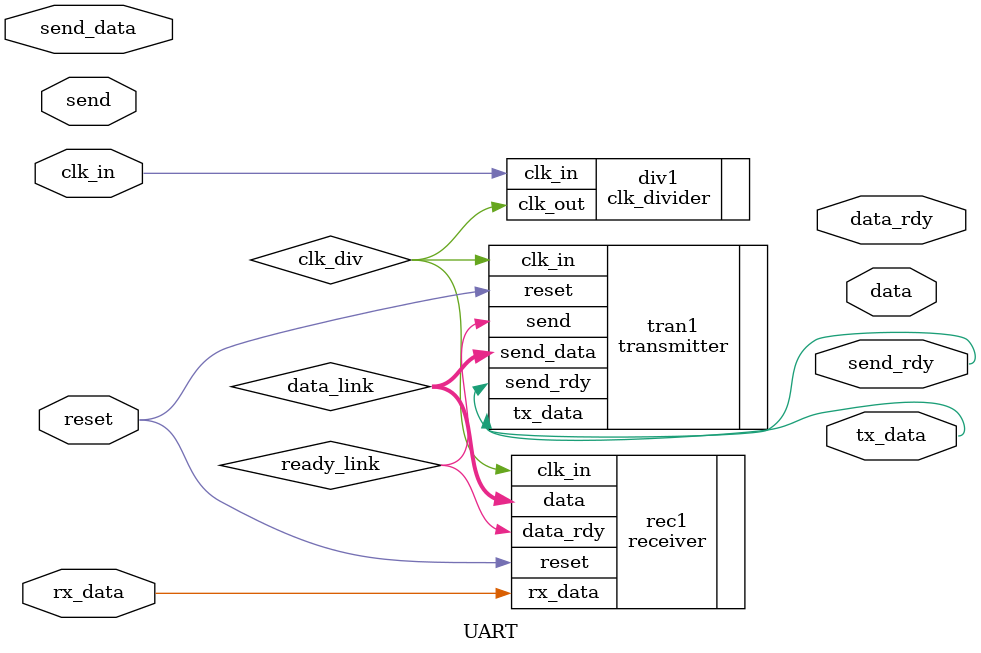
<source format=v>
`timescale 1ns / 1ps


module UART(clk_in, rx_data, data, data_rdy, reset, send, tx_data, send_data, send_rdy);

input clk_in, rx_data, reset, send;
input [7:0] send_data;

output data_rdy, send_rdy, tx_data;

output wire [7:0] data;

wire clk_div;
wire [7:0] data_link;
wire ready_link;

clk_divider div1(.clk_in(clk_in), .clk_out(clk_div));

receiver rec1(.clk_in(clk_div), .data_rdy(ready_link), .rx_data(rx_data), .data(data_link), .reset(reset));

transmitter tran1(.clk_in(clk_div), .send(ready_link), .reset(reset), .send_data(data_link), .send_rdy(send_rdy), .tx_data(tx_data));

endmodule

</source>
